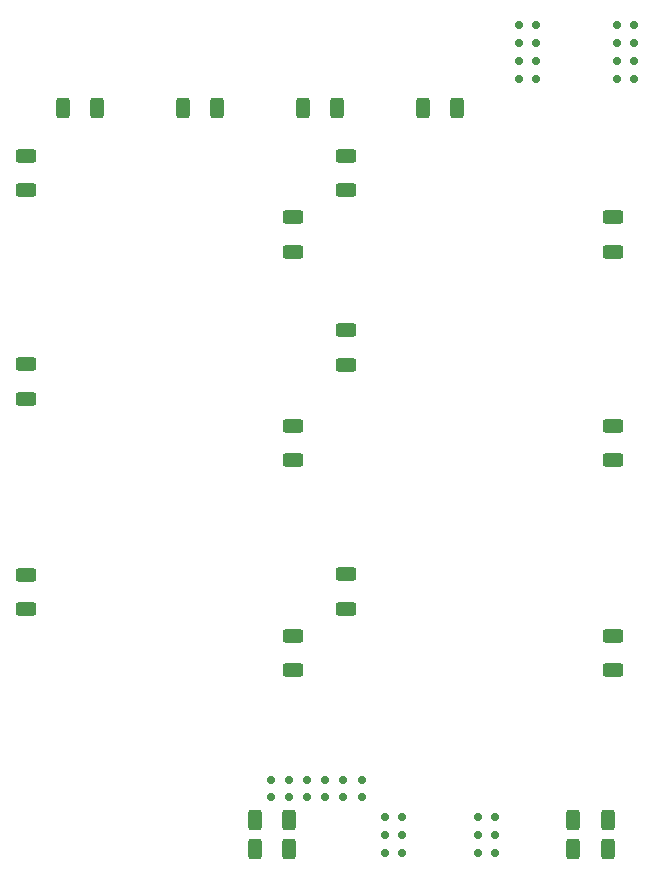
<source format=gbr>
%TF.GenerationSoftware,KiCad,Pcbnew,7.0.10*%
%TF.CreationDate,2024-03-07T00:47:07-03:00*%
%TF.ProjectId,board,626f6172-642e-46b6-9963-61645f706362,rev?*%
%TF.SameCoordinates,Original*%
%TF.FileFunction,Paste,Top*%
%TF.FilePolarity,Positive*%
%FSLAX46Y46*%
G04 Gerber Fmt 4.6, Leading zero omitted, Abs format (unit mm)*
G04 Created by KiCad (PCBNEW 7.0.10) date 2024-03-07 00:47:07*
%MOMM*%
%LPD*%
G01*
G04 APERTURE LIST*
G04 Aperture macros list*
%AMRoundRect*
0 Rectangle with rounded corners*
0 $1 Rounding radius*
0 $2 $3 $4 $5 $6 $7 $8 $9 X,Y pos of 4 corners*
0 Add a 4 corners polygon primitive as box body*
4,1,4,$2,$3,$4,$5,$6,$7,$8,$9,$2,$3,0*
0 Add four circle primitives for the rounded corners*
1,1,$1+$1,$2,$3*
1,1,$1+$1,$4,$5*
1,1,$1+$1,$6,$7*
1,1,$1+$1,$8,$9*
0 Add four rect primitives between the rounded corners*
20,1,$1+$1,$2,$3,$4,$5,0*
20,1,$1+$1,$4,$5,$6,$7,0*
20,1,$1+$1,$6,$7,$8,$9,0*
20,1,$1+$1,$8,$9,$2,$3,0*%
G04 Aperture macros list end*
%ADD10RoundRect,0.150000X0.150000X0.200000X-0.150000X0.200000X-0.150000X-0.200000X0.150000X-0.200000X0*%
%ADD11RoundRect,0.150000X-0.200000X0.150000X-0.200000X-0.150000X0.200000X-0.150000X0.200000X0.150000X0*%
%ADD12RoundRect,0.250000X0.312500X0.625000X-0.312500X0.625000X-0.312500X-0.625000X0.312500X-0.625000X0*%
%ADD13RoundRect,0.250000X0.625000X-0.312500X0.625000X0.312500X-0.625000X0.312500X-0.625000X-0.312500X0*%
%ADD14RoundRect,0.250000X-0.625000X0.312500X-0.625000X-0.312500X0.625000X-0.312500X0.625000X0.312500X0*%
%ADD15RoundRect,0.250000X-0.312500X-0.625000X0.312500X-0.625000X0.312500X0.625000X-0.312500X0.625000X0*%
%ADD16RoundRect,0.150000X0.200000X-0.150000X0.200000X0.150000X-0.200000X0.150000X-0.200000X-0.150000X0*%
G04 APERTURE END LIST*
D10*
%TO.C,DZ17*%
X107224600Y-60477400D03*
X108624600Y-60477400D03*
%TD*%
D11*
%TO.C,DZ4*%
X82506000Y-121213000D03*
X82506000Y-119813000D03*
%TD*%
D10*
%TO.C,DZ15*%
X98930000Y-57404000D03*
X100330000Y-57404000D03*
%TD*%
%TO.C,DZ10*%
X95439000Y-122936000D03*
X96839000Y-122936000D03*
%TD*%
D12*
%TO.C,R20*%
X93664500Y-62915800D03*
X90739500Y-62915800D03*
%TD*%
D13*
%TO.C,R4*%
X79765300Y-92750100D03*
X79765300Y-89825100D03*
%TD*%
D10*
%TO.C,DZ11*%
X95439000Y-124460000D03*
X96839000Y-124460000D03*
%TD*%
D14*
%TO.C,R11*%
X84264500Y-102362000D03*
X84264500Y-105287000D03*
%TD*%
D15*
%TO.C,R17*%
X60274200Y-62915800D03*
X63199200Y-62915800D03*
%TD*%
D10*
%TO.C,DZ20*%
X107224600Y-55880000D03*
X108624600Y-55880000D03*
%TD*%
%TO.C,DZ7*%
X87565000Y-122936000D03*
X88965000Y-122936000D03*
%TD*%
D12*
%TO.C,R14*%
X79462500Y-125620200D03*
X76537500Y-125620200D03*
%TD*%
D10*
%TO.C,DZ15*%
X98930000Y-55880000D03*
X100330000Y-55880000D03*
%TD*%
D14*
%TO.C,R7*%
X84264500Y-66965100D03*
X84264500Y-69890100D03*
%TD*%
D12*
%TO.C,R19*%
X83519200Y-62915800D03*
X80594200Y-62915800D03*
%TD*%
D13*
%TO.C,R2*%
X79765300Y-75097100D03*
X79765300Y-72172100D03*
%TD*%
D10*
%TO.C,DZ14*%
X98930000Y-58928000D03*
X100330000Y-58928000D03*
%TD*%
D16*
%TO.C,DZ1*%
X79458000Y-119813000D03*
X79458000Y-121213000D03*
%TD*%
D15*
%TO.C,R16*%
X103501000Y-125620200D03*
X106426000Y-125620200D03*
%TD*%
D16*
%TO.C,DZ3*%
X80982000Y-119813000D03*
X80982000Y-121213000D03*
%TD*%
D13*
%TO.C,R12*%
X106870500Y-110530100D03*
X106870500Y-107605100D03*
%TD*%
D15*
%TO.C,R15*%
X103501000Y-123190000D03*
X106426000Y-123190000D03*
%TD*%
D16*
%TO.C,DZ1*%
X77908600Y-119813000D03*
X77908600Y-121213000D03*
%TD*%
D14*
%TO.C,R1*%
X57159300Y-66965100D03*
X57159300Y-69890100D03*
%TD*%
D10*
%TO.C,DZ9*%
X87565000Y-126009400D03*
X88965000Y-126009400D03*
%TD*%
D11*
%TO.C,DZ6*%
X85579400Y-121213000D03*
X85579400Y-119813000D03*
%TD*%
D13*
%TO.C,R8*%
X106870500Y-75097100D03*
X106870500Y-72172100D03*
%TD*%
%TO.C,R6*%
X79765300Y-110530100D03*
X79765300Y-107605100D03*
%TD*%
D14*
%TO.C,R3*%
X57159300Y-84618100D03*
X57159300Y-87543100D03*
%TD*%
D12*
%TO.C,R18*%
X73359200Y-62915800D03*
X70434200Y-62915800D03*
%TD*%
D10*
%TO.C,DZ19*%
X107224600Y-57404000D03*
X108624600Y-57404000D03*
%TD*%
D13*
%TO.C,R5*%
X57159300Y-105348500D03*
X57159300Y-102423500D03*
%TD*%
D10*
%TO.C,DZ8*%
X87565000Y-124460000D03*
X88965000Y-124460000D03*
%TD*%
D13*
%TO.C,R10*%
X106870500Y-92750100D03*
X106870500Y-89825100D03*
%TD*%
D11*
%TO.C,DZ5*%
X84030000Y-121213000D03*
X84030000Y-119813000D03*
%TD*%
D14*
%TO.C,R9*%
X84264500Y-81722500D03*
X84264500Y-84647500D03*
%TD*%
D10*
%TO.C,DZ12*%
X95439000Y-126009400D03*
X96839000Y-126009400D03*
%TD*%
D12*
%TO.C,R13*%
X79462500Y-123190000D03*
X76537500Y-123190000D03*
%TD*%
D10*
%TO.C,DZ13*%
X98930000Y-60477400D03*
X100330000Y-60477400D03*
%TD*%
%TO.C,DZ18*%
X107224600Y-58928000D03*
X108624600Y-58928000D03*
%TD*%
M02*

</source>
